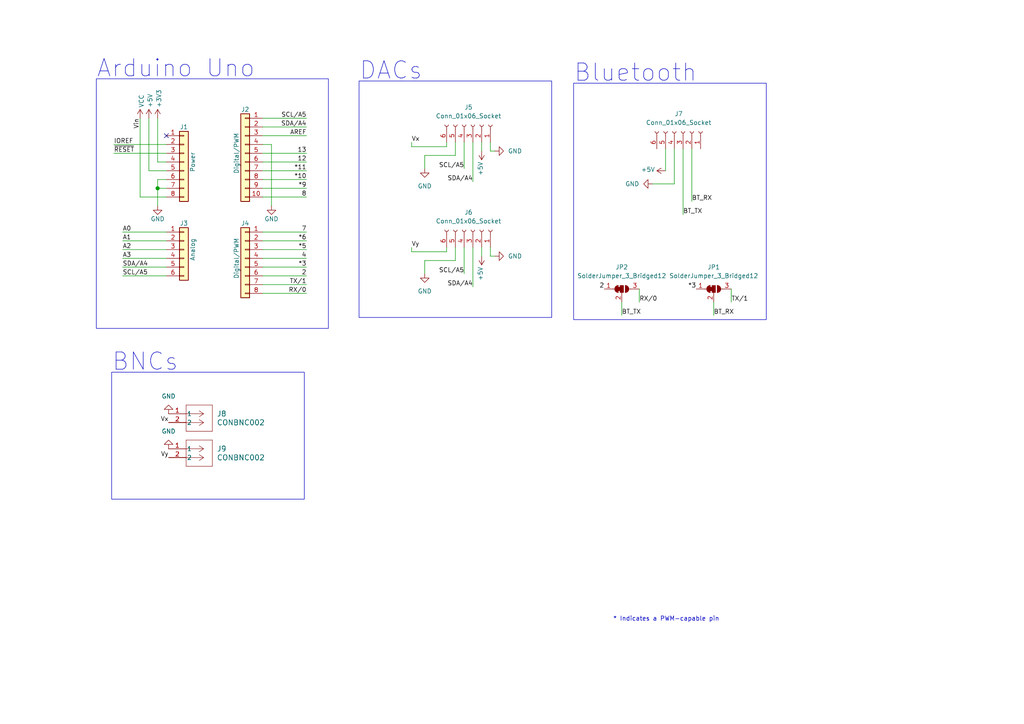
<source format=kicad_sch>
(kicad_sch (version 20230121) (generator eeschema)
  (paper "A4")
  (title_block (date "mar. 31 mars 2015"))
  (lib_symbols
    (symbol "BNC connector:CONBNC002" (pin_names (offset 0.254))
      (property "Reference" "J" (at 8.89 6.35 0))
      (property "Value" "CONBNC002" (at 0 0 0))
      (symbol "CONBNC002_1_1"
        (polyline (pts (xy 5.08 -5.08) (xy 12.7 -5.08)) (stroke (width 0.127)))
        (polyline (pts (xy 5.08 2.54) (xy 5.08 -5.08)) (stroke (width 0.127)))
        (polyline (pts (xy 10.16 -2.54) (xy 5.08 -2.54)) (stroke (width 0.127)))
        (polyline (pts (xy 10.16 -2.54) (xy 8.89 -3.3867)) (stroke (width 0.127)))
        (polyline (pts (xy 10.16 -2.54) (xy 8.89 -1.6933)) (stroke (width 0.127)))
        (polyline (pts (xy 10.16 0) (xy 5.08 0)) (stroke (width 0.127)))
        (polyline (pts (xy 10.16 0) (xy 8.89 -0.8467)) (stroke (width 0.127)))
        (polyline (pts (xy 10.16 0) (xy 8.89 0.8467)) (stroke (width 0.127)))
        (polyline (pts (xy 12.7 -5.08) (xy 12.7 2.54)) (stroke (width 0.127)))
        (polyline (pts (xy 12.7 2.54) (xy 5.08 2.54)) (stroke (width 0.127)))
        (pin unspecified line (at 0 0 0) (length 5.08) (name "1") (number "1"))
        (pin unspecified line (at 0 -2.54 0) (length 5.08) (name "2") (number "2"))
      )
      (symbol "CONBNC002_1_2"
        (polyline (pts (xy 5.08 -5.08) (xy 12.7 -5.08)) (stroke (width 0.127)))
        (polyline (pts (xy 5.08 2.54) (xy 5.08 -5.08)) (stroke (width 0.127)))
        (polyline (pts (xy 7.62 -2.54) (xy 5.08 -2.54)) (stroke (width 0.127)))
        (polyline (pts (xy 7.62 -2.54) (xy 8.89 -3.3867)) (stroke (width 0.127)))
        (polyline (pts (xy 7.62 -2.54) (xy 8.89 -1.6933)) (stroke (width 0.127)))
        (polyline (pts (xy 7.62 0) (xy 5.08 0)) (stroke (width 0.127)))
        (polyline (pts (xy 7.62 0) (xy 8.89 -0.8467)) (stroke (width 0.127)))
        (polyline (pts (xy 7.62 0) (xy 8.89 0.8467)) (stroke (width 0.127)))
        (polyline (pts (xy 12.7 -5.08) (xy 12.7 2.54)) (stroke (width 0.127)))
        (polyline (pts (xy 12.7 2.54) (xy 5.08 2.54)) (stroke (width 0.127)))
        (pin unspecified line (at 0 0 0) (length 5.08) (name "1") (number "1"))
        (pin unspecified line (at 0 -2.54 0) (length 5.08) (name "2") (number "2"))
      )
    )
    (symbol "Connector:Conn_01x06_Socket" (pin_names (offset 1.016) hide)
      (property "Reference" "J" (at 0 7.62 0))
      (property "Value" "Conn_01x06_Socket" (at 0 -10.16 0))
      (symbol "Conn_01x06_Socket_1_1"
        (arc (start 0 -7.112) (mid -0.5058 -7.62) (end 0 -8.128) (stroke (width 0.1524)))
        (arc (start 0 -4.572) (mid -0.5058 -5.08) (end 0 -5.588) (stroke (width 0.1524)))
        (arc (start 0 -2.032) (mid -0.5058 -2.54) (end 0 -3.048) (stroke (width 0.1524)))
        (polyline (pts (xy -1.27 -7.62) (xy -0.508 -7.62)) (stroke (width 0.1524)))
        (polyline (pts (xy -1.27 -5.08) (xy -0.508 -5.08)) (stroke (width 0.1524)))
        (polyline (pts (xy -1.27 -2.54) (xy -0.508 -2.54)) (stroke (width 0.1524)))
        (polyline (pts (xy -1.27 0) (xy -0.508 0)) (stroke (width 0.1524)))
        (polyline (pts (xy -1.27 2.54) (xy -0.508 2.54)) (stroke (width 0.1524)))
        (polyline (pts (xy -1.27 5.08) (xy -0.508 5.08)) (stroke (width 0.1524)))
        (arc (start 0 0.508) (mid -0.5058 0) (end 0 -0.508) (stroke (width 0.1524)))
        (arc (start 0 3.048) (mid -0.5058 2.54) (end 0 2.032) (stroke (width 0.1524)))
        (arc (start 0 5.588) (mid -0.5058 5.08) (end 0 4.572) (stroke (width 0.1524)))
        (pin passive line (at -5.08 5.08 0) (length 3.81) (name "Pin_1") (number "1"))
        (pin passive line (at -5.08 2.54 0) (length 3.81) (name "Pin_2") (number "2"))
        (pin passive line (at -5.08 0 0) (length 3.81) (name "Pin_3") (number "3"))
        (pin passive line (at -5.08 -2.54 0) (length 3.81) (name "Pin_4") (number "4"))
        (pin passive line (at -5.08 -5.08 0) (length 3.81) (name "Pin_5") (number "5"))
        (pin passive line (at -5.08 -7.62 0) (length 3.81) (name "Pin_6") (number "6"))
      )
    )
    (symbol "Connector_Generic:Conn_01x06" (pin_names (offset 1.016) hide)
      (property "Reference" "J" (at 0 7.62 0))
      (property "Value" "Conn_01x06" (at 0 -10.16 0))
      (symbol "Conn_01x06_1_1"
        (rectangle (start -1.27 -7.493) (end 0 -7.747) (stroke (width 0.1524)))
        (rectangle (start -1.27 -4.953) (end 0 -5.207) (stroke (width 0.1524)))
        (rectangle (start -1.27 -2.413) (end 0 -2.667) (stroke (width 0.1524)))
        (rectangle (start -1.27 0.127) (end 0 -0.127) (stroke (width 0.1524)))
        (rectangle (start -1.27 2.667) (end 0 2.413) (stroke (width 0.1524)))
        (rectangle (start -1.27 5.207) (end 0 4.953) (stroke (width 0.1524)))
        (rectangle (start -1.27 6.35) (end 1.27 -8.89) (stroke (width 0.254)) (fill (type background)))
        (pin passive line (at -5.08 5.08 0) (length 3.81) (name "Pin_1") (number "1"))
        (pin passive line (at -5.08 2.54 0) (length 3.81) (name "Pin_2") (number "2"))
        (pin passive line (at -5.08 0 0) (length 3.81) (name "Pin_3") (number "3"))
        (pin passive line (at -5.08 -2.54 0) (length 3.81) (name "Pin_4") (number "4"))
        (pin passive line (at -5.08 -5.08 0) (length 3.81) (name "Pin_5") (number "5"))
        (pin passive line (at -5.08 -7.62 0) (length 3.81) (name "Pin_6") (number "6"))
      )
    )
    (symbol "Connector_Generic:Conn_01x08" (pin_names (offset 1.016) hide)
      (property "Reference" "J" (at 0 10.16 0))
      (property "Value" "Conn_01x08" (at 0 -12.7 0))
      (symbol "Conn_01x08_1_1"
        (rectangle (start -1.27 -10.033) (end 0 -10.287) (stroke (width 0.1524)))
        (rectangle (start -1.27 -7.493) (end 0 -7.747) (stroke (width 0.1524)))
        (rectangle (start -1.27 -4.953) (end 0 -5.207) (stroke (width 0.1524)))
        (rectangle (start -1.27 -2.413) (end 0 -2.667) (stroke (width 0.1524)))
        (rectangle (start -1.27 0.127) (end 0 -0.127) (stroke (width 0.1524)))
        (rectangle (start -1.27 2.667) (end 0 2.413) (stroke (width 0.1524)))
        (rectangle (start -1.27 5.207) (end 0 4.953) (stroke (width 0.1524)))
        (rectangle (start -1.27 7.747) (end 0 7.493) (stroke (width 0.1524)))
        (rectangle (start -1.27 8.89) (end 1.27 -11.43) (stroke (width 0.254)) (fill (type background)))
        (pin passive line (at -5.08 7.62 0) (length 3.81) (name "Pin_1") (number "1"))
        (pin passive line (at -5.08 5.08 0) (length 3.81) (name "Pin_2") (number "2"))
        (pin passive line (at -5.08 2.54 0) (length 3.81) (name "Pin_3") (number "3"))
        (pin passive line (at -5.08 0 0) (length 3.81) (name "Pin_4") (number "4"))
        (pin passive line (at -5.08 -2.54 0) (length 3.81) (name "Pin_5") (number "5"))
        (pin passive line (at -5.08 -5.08 0) (length 3.81) (name "Pin_6") (number "6"))
        (pin passive line (at -5.08 -7.62 0) (length 3.81) (name "Pin_7") (number "7"))
        (pin passive line (at -5.08 -10.16 0) (length 3.81) (name "Pin_8") (number "8"))
      )
    )
    (symbol "Connector_Generic:Conn_01x10" (pin_names (offset 1.016) hide)
      (property "Reference" "J" (at 0 12.7 0))
      (property "Value" "Conn_01x10" (at 0 -15.24 0))
      (symbol "Conn_01x10_1_1"
        (rectangle (start -1.27 -12.573) (end 0 -12.827) (stroke (width 0.1524)))
        (rectangle (start -1.27 -10.033) (end 0 -10.287) (stroke (width 0.1524)))
        (rectangle (start -1.27 -7.493) (end 0 -7.747) (stroke (width 0.1524)))
        (rectangle (start -1.27 -4.953) (end 0 -5.207) (stroke (width 0.1524)))
        (rectangle (start -1.27 -2.413) (end 0 -2.667) (stroke (width 0.1524)))
        (rectangle (start -1.27 0.127) (end 0 -0.127) (stroke (width 0.1524)))
        (rectangle (start -1.27 2.667) (end 0 2.413) (stroke (width 0.1524)))
        (rectangle (start -1.27 5.207) (end 0 4.953) (stroke (width 0.1524)))
        (rectangle (start -1.27 7.747) (end 0 7.493) (stroke (width 0.1524)))
        (rectangle (start -1.27 10.287) (end 0 10.033) (stroke (width 0.1524)))
        (rectangle (start -1.27 11.43) (end 1.27 -13.97) (stroke (width 0.254)) (fill (type background)))
        (pin passive line (at -5.08 10.16 0) (length 3.81) (name "Pin_1") (number "1"))
        (pin passive line (at -5.08 -12.7 0) (length 3.81) (name "Pin_10") (number "10"))
        (pin passive line (at -5.08 7.62 0) (length 3.81) (name "Pin_2") (number "2"))
        (pin passive line (at -5.08 5.08 0) (length 3.81) (name "Pin_3") (number "3"))
        (pin passive line (at -5.08 2.54 0) (length 3.81) (name "Pin_4") (number "4"))
        (pin passive line (at -5.08 0 0) (length 3.81) (name "Pin_5") (number "5"))
        (pin passive line (at -5.08 -2.54 0) (length 3.81) (name "Pin_6") (number "6"))
        (pin passive line (at -5.08 -5.08 0) (length 3.81) (name "Pin_7") (number "7"))
        (pin passive line (at -5.08 -7.62 0) (length 3.81) (name "Pin_8") (number "8"))
        (pin passive line (at -5.08 -10.16 0) (length 3.81) (name "Pin_9") (number "9"))
      )
    )
    (symbol "GND_1" (power) (pin_names (offset 0))
      (property "Value" "GND_1" (at 0 -3.81 0))
      (symbol "GND_1_0_1"
        (polyline (pts (xy 0 0) (xy 0 -1.27) (xy 1.27 -1.27) (xy 0 -2.54) (xy -1.27 -1.27) (xy 0 -1.27)))
      )
      (symbol "GND_1_1_1"
        (pin power_in line (at 0 0 270) (length 0) hide (name "GND") (number "1"))
      )
    )
    (symbol "GND_2" (power) (pin_names (offset 0))
      (property "Value" "GND_2" (at 0 -3.81 0))
      (symbol "GND_2_0_1"
        (polyline (pts (xy 0 0) (xy 0 -1.27) (xy 1.27 -1.27) (xy 0 -2.54) (xy -1.27 -1.27) (xy 0 -1.27)))
      )
      (symbol "GND_2_1_1"
        (pin power_in line (at 0 0 270) (length 0) hide (name "GND") (number "1"))
      )
    )
    (symbol "GND_3" (power) (pin_names (offset 0))
      (property "Value" "GND_3" (at 0 -3.81 0))
      (symbol "GND_3_0_1"
        (polyline (pts (xy 0 0) (xy 0 -1.27) (xy 1.27 -1.27) (xy 0 -2.54) (xy -1.27 -1.27) (xy 0 -1.27)))
      )
      (symbol "GND_3_1_1"
        (pin power_in line (at 0 0 270) (length 0) hide (name "GND") (number "1"))
      )
    )
    (symbol "Jumper:SolderJumper_3_Bridged12" (pin_names (offset 0) hide)
      (property "Reference" "JP" (at -2.54 -2.54 0))
      (property "Value" "SolderJumper_3_Bridged12" (at 0 2.794 0))
      (symbol "SolderJumper_3_Bridged12_0_1"
        (rectangle (start -1.016 0.508) (end -0.508 -0.508) (fill (type outline)))
        (arc (start -1.016 1.016) (mid -2.0276 0) (end -1.016 -1.016))
        (arc (start -1.016 1.016) (mid -2.0276 0) (end -1.016 -1.016) (fill (type outline)))
        (rectangle (start -0.508 1.016) (end 0.508 -1.016) (fill (type outline)))
        (polyline (pts (xy -2.54 0) (xy -2.032 0)))
        (polyline (pts (xy -1.016 1.016) (xy -1.016 -1.016)))
        (polyline (pts (xy 0 -1.27) (xy 0 -1.016)))
        (polyline (pts (xy 1.016 1.016) (xy 1.016 -1.016)))
        (polyline (pts (xy 2.54 0) (xy 2.032 0)))
        (arc (start 1.016 -1.016) (mid 2.0276 0) (end 1.016 1.016))
        (arc (start 1.016 -1.016) (mid 2.0276 0) (end 1.016 1.016) (fill (type outline)))
      )
      (symbol "SolderJumper_3_Bridged12_1_1"
        (pin passive line (at -5.08 0 0) (length 2.54) (name "A") (number "1"))
        (pin passive line (at 0 -3.81 90) (length 2.54) (name "C") (number "2"))
        (pin passive line (at 5.08 0 180) (length 2.54) (name "B") (number "3"))
      )
    )
    (symbol "power:+3V3" (power) (pin_names (offset 0))
      (property "Value" "+3V3" (at 0 3.556 0))
      (symbol "+3V3_0_1"
        (polyline (pts (xy -0.762 1.27) (xy 0 2.54)))
        (polyline (pts (xy 0 0) (xy 0 2.54)))
        (polyline (pts (xy 0 2.54) (xy 0.762 1.27)))
      )
      (symbol "+3V3_1_1"
        (pin power_in line (at 0 0 90) (length 0) hide (name "+3V3") (number "1"))
      )
    )
    (symbol "power:+5V" (power) (pin_names (offset 0))
      (property "Value" "+5V" (at 0 3.556 0))
      (symbol "+5V_0_1"
        (polyline (pts (xy -0.762 1.27) (xy 0 2.54)))
        (polyline (pts (xy 0 0) (xy 0 2.54)))
        (polyline (pts (xy 0 2.54) (xy 0.762 1.27)))
      )
      (symbol "+5V_1_1"
        (pin power_in line (at 0 0 90) (length 0) hide (name "+5V") (number "1"))
      )
    )
    (symbol "power:GND" (power) (pin_names (offset 0))
      (property "Value" "GND" (at 0 -3.81 0))
      (symbol "GND_0_1"
        (polyline (pts (xy 0 0) (xy 0 -1.27) (xy 1.27 -1.27) (xy 0 -2.54) (xy -1.27 -1.27) (xy 0 -1.27)))
      )
      (symbol "GND_1_1"
        (pin power_in line (at 0 0 270) (length 0) hide (name "GND") (number "1"))
      )
    )
    (symbol "power:VCC" (power) (pin_names (offset 0))
      (property "Value" "VCC" (at 0 3.81 0))
      (symbol "VCC_0_1"
        (polyline (pts (xy -0.762 1.27) (xy 0 2.54)))
        (polyline (pts (xy 0 0) (xy 0 2.54)))
        (polyline (pts (xy 0 2.54) (xy 0.762 1.27)))
      )
      (symbol "VCC_1_1"
        (pin power_in line (at 0 0 90) (length 0) hide (name "VCC") (number "1"))
      )
    )
  )
  (junction (at 45.72 54.61) (diameter 1.016))
  (no_connect (at 48.26 39.37))
  (wire (pts (xy 76.2 85.09) (xy 88.9 85.09)))
  (wire (pts (xy 134.62 71.755) (xy 134.62 79.375)))
  (wire (pts (xy 142.24 41.275) (xy 142.24 43.815)))
  (wire (pts (xy 76.2 52.07) (xy 88.9 52.07)))
  (wire (pts (xy 207.01 87.63) (xy 207.01 91.44)))
  (wire (pts (xy 137.16 41.275) (xy 137.16 52.705)))
  (wire (pts (xy 76.2 34.29) (xy 88.9 34.29)))
  (wire (pts (xy 193.04 43.18) (xy 193.04 49.53)))
  (wire (pts (xy 129.54 41.275) (xy 129.54 42.545)))
  (wire (pts (xy 45.72 52.07) (xy 45.72 54.61)))
  (wire (pts (xy 35.56 80.01) (xy 48.26 80.01)))
  (wire (pts (xy 134.62 41.275) (xy 134.62 48.895)))
  (wire (pts (xy 200.66 43.18) (xy 200.66 58.42)))
  (wire (pts (xy 45.72 54.61) (xy 45.72 59.69)))
  (wire (pts (xy 45.72 46.99) (xy 48.26 46.99)))
  (wire (pts (xy 43.18 49.53) (xy 48.26 49.53)))
  (wire (pts (xy 43.18 34.29) (xy 43.18 49.53)))
  (wire (pts (xy 76.2 44.45) (xy 88.9 44.45)))
  (wire (pts (xy 45.72 34.29) (xy 45.72 46.99)))
  (wire (pts (xy 76.2 67.31) (xy 88.9 67.31)))
  (wire (pts (xy 48.26 67.31) (xy 35.56 67.31)))
  (wire (pts (xy 76.2 46.99) (xy 88.9 46.99)))
  (wire (pts (xy 76.2 69.85) (xy 88.9 69.85)))
  (wire (pts (xy 189.23 53.34) (xy 195.58 53.34)))
  (wire (pts (xy 76.2 54.61) (xy 88.9 54.61)))
  (wire (pts (xy 129.54 73.025) (xy 119.38 73.025)))
  (wire (pts (xy 129.54 71.755) (xy 129.54 73.025)))
  (wire (pts (xy 76.2 74.93) (xy 88.9 74.93)))
  (wire (pts (xy 119.38 42.545) (xy 119.38 41.275)))
  (wire (pts (xy 33.02 41.91) (xy 48.26 41.91)))
  (wire (pts (xy 180.34 87.63) (xy 180.34 91.44)))
  (wire (pts (xy 142.24 71.755) (xy 142.24 74.295)))
  (wire (pts (xy 139.7 74.295) (xy 139.7 71.755)))
  (wire (pts (xy 78.74 41.91) (xy 78.74 59.69)))
  (wire (pts (xy 198.12 43.18) (xy 198.12 62.23)))
  (wire (pts (xy 76.2 39.37) (xy 88.9 39.37)))
  (wire (pts (xy 132.08 75.565) (xy 123.19 75.565)))
  (wire (pts (xy 123.19 75.565) (xy 123.19 79.375)))
  (wire (pts (xy 48.26 72.39) (xy 35.56 72.39)))
  (wire (pts (xy 33.02 44.45) (xy 48.26 44.45)))
  (wire (pts (xy 48.26 54.61) (xy 45.72 54.61)))
  (wire (pts (xy 129.54 42.545) (xy 119.38 42.545)))
  (wire (pts (xy 48.26 57.15) (xy 40.64 57.15)))
  (wire (pts (xy 35.56 69.85) (xy 48.26 69.85)))
  (wire (pts (xy 195.58 53.34) (xy 195.58 43.18)))
  (wire (pts (xy 142.24 74.295) (xy 143.51 74.295)))
  (wire (pts (xy 132.08 41.275) (xy 132.08 45.085)))
  (wire (pts (xy 76.2 41.91) (xy 78.74 41.91)))
  (wire (pts (xy 132.08 45.085) (xy 123.19 45.085)))
  (wire (pts (xy 48.26 52.07) (xy 45.72 52.07)))
  (wire (pts (xy 119.38 73.025) (xy 119.38 71.755)))
  (wire (pts (xy 185.42 83.82) (xy 185.42 87.63)))
  (wire (pts (xy 76.2 49.53) (xy 88.9 49.53)))
  (wire (pts (xy 132.08 71.755) (xy 132.08 75.565)))
  (wire (pts (xy 76.2 72.39) (xy 88.9 72.39)))
  (wire (pts (xy 35.56 74.93) (xy 48.26 74.93)))
  (wire (pts (xy 123.19 45.085) (xy 123.19 48.895)))
  (wire (pts (xy 139.7 43.815) (xy 139.7 41.275)))
  (wire (pts (xy 76.2 36.83) (xy 88.9 36.83)))
  (wire (pts (xy 212.09 83.82) (xy 212.09 87.63)))
  (wire (pts (xy 76.2 80.01) (xy 88.9 80.01)))
  (wire (pts (xy 76.2 77.47) (xy 88.9 77.47)))
  (wire (pts (xy 76.2 82.55) (xy 88.9 82.55)))
  (wire (pts (xy 40.64 57.15) (xy 40.64 34.29)))
  (wire (pts (xy 142.24 43.815) (xy 143.51 43.815)))
  (wire (pts (xy 137.16 71.755) (xy 137.16 83.185)))
  (wire (pts (xy 48.26 77.47) (xy 35.56 77.47)))
  (wire (pts (xy 76.2 57.15) (xy 88.9 57.15)))
  (rectangle (start 32.385 107.95) (end 88.265 144.78))
  (rectangle (start 104.14 23.495) (end 160.02 92.075))
  (rectangle (start 166.37 24.13) (end 222.25 92.71))
  (rectangle (start 27.94 22.86) (end 95.25 95.25))
  (text "Bluetooth" (at 166.37 24.13 0) (effects (font (size 5 5)) (justify left bottom)))
  (text "Arduino Uno\n" (at 27.94 22.86 0) (effects (font (size 5 5)) (justify left bottom)))
  (text "DACs\n" (at 104.14 23.495 0) (effects (font (size 5 5)) (justify left bottom)))
  (text "* Indicates a PWM-capable pin" (at 177.8 180.34 0) (effects (font (size 1.27 1.27)) (justify left bottom)))
  (text "BNCs\n" (at 32.385 107.95 0) (effects (font (size 5 5)) (justify left bottom)))
  (label "BT_RX" (at 207.01 91.44 0))
  (label "RX{slash}0" (at 88.9 85.09 180))
  (label "A2" (at 35.56 72.39 0))
  (label "4" (at 88.9 74.93 180))
  (label "Vx" (at 48.895 122.555 180))
  (label "2" (at 88.9 80.01 180))
  (label "RX{slash}0" (at 185.42 87.63 0))
  (label "A3" (at 35.56 74.93 0))
  (label "13" (at 88.9 44.45 180))
  (label "12" (at 88.9 46.99 180))
  (label "~{RESET}" (at 33.02 44.45 0))
  (label "Vx" (at 119.38 41.275 0))
  (label "*10" (at 88.9 52.07 180))
  (label "*3" (at 201.93 83.82 180))
  (label "BT_TX" (at 180.34 91.44 0))
  (label "SDA{slash}A4" (at 137.16 52.705 180))
  (label "Vy" (at 48.895 132.715 180))
  (label "7" (at 88.9 67.31 180))
  (label "SDA{slash}A4" (at 88.9 36.83 180))
  (label "8" (at 88.9 57.15 180))
  (label "BT_RX" (at 200.66 58.42 0))
  (label "SCL{slash}A5" (at 134.62 48.895 180))
  (label "*11" (at 88.9 49.53 180))
  (label "*3" (at 88.9 77.47 180))
  (label "2" (at 175.26 83.82 180))
  (label "A1" (at 35.56 69.85 0))
  (label "TX{slash}1" (at 88.9 82.55 180))
  (label "SCL{slash}A5" (at 134.62 79.375 180))
  (label "A0" (at 35.56 67.31 0))
  (label "AREF" (at 88.9 39.37 180))
  (label "SDA{slash}A4" (at 137.16 83.185 180))
  (label "Vin" (at 40.64 34.29 270))
  (label "*6" (at 88.9 69.85 180))
  (label "SCL{slash}A5" (at 88.9 34.29 180))
  (label "*9" (at 88.9 54.61 180))
  (label "TX{slash}1" (at 212.09 87.63 0))
  (label "*5" (at 88.9 72.39 180))
  (label "IOREF" (at 33.02 41.91 0))
  (label "BT_TX" (at 198.12 62.23 0))
  (label "SDA{slash}A4" (at 35.56 77.47 0))
  (label "SCL{slash}A5" (at 35.56 80.01 0))
  (label "Vy" (at 119.38 71.755 0))
  (symbol (lib_id "Connector_Generic:Conn_01x08") (at 53.34 46.99 0) (unit 1)
    (property "Reference" "J1" (at 53.34 36.83 0))
    (property "Value" "Power" (at 55.88 46.99 90))
    (property "Footprint" "Connector_PinSocket_2.54mm:PinSocket_1x08_P2.54mm_Vertical" (effects hide))
  )
  (symbol (lib_id "power:+3V3") (at 45.72 34.29 0) (unit 1)
    (property "Reference" "#PWR03" (effects hide))
    (property "Value" "+3.3V" (at 46.101 31.242 90) (effects (justify left)))
  )
  (symbol (lib_id "power:+5V") (at 43.18 34.29 0) (unit 1)
    (property "Reference" "#PWR02" (effects hide))
    (property "Value" "+5V" (at 43.5356 31.242 90) (effects (justify left)))
  )
  (symbol (lib_id "power:GND") (at 45.72 59.69 0) (unit 1)
    (property "Reference" "#PWR04" (effects hide))
    (property "Value" "GND" (at 45.72 63.5 0))
  )
  (symbol (lib_id "Connector_Generic:Conn_01x10") (at 71.12 44.45 0) (mirror y) (unit 1)
    (property "Reference" "J2" (at 71.12 31.75 0))
    (property "Value" "Digital/PWM" (at 68.58 44.45 90))
    (property "Footprint" "Connector_PinSocket_2.54mm:PinSocket_1x10_P2.54mm_Vertical" (effects hide))
  )
  (symbol (lib_id "power:GND") (at 78.74 59.69 0) (unit 1)
    (property "Reference" "#PWR05" (effects hide))
    (property "Value" "GND" (at 78.74 63.5 0))
  )
  (symbol (lib_id "Connector_Generic:Conn_01x06") (at 53.34 72.39 0) (unit 1)
    (property "Reference" "J3" (at 53.34 64.77 0))
    (property "Value" "Analog" (at 55.88 72.39 90))
    (property "Footprint" "Connector_PinSocket_2.54mm:PinSocket_1x06_P2.54mm_Vertical" (effects hide))
  )
  (symbol (lib_id "Connector_Generic:Conn_01x08") (at 71.12 74.93 0) (mirror y) (unit 1)
    (property "Reference" "J4" (at 71.12 64.77 0))
    (property "Value" "Digital/PWM" (at 68.58 74.93 90))
    (property "Footprint" "Connector_PinSocket_2.54mm:PinSocket_1x08_P2.54mm_Vertical" (effects hide))
  )
  (symbol (lib_id "power:+5V") (at 193.04 49.53 90) (unit 1)
    (property "Reference" "#PWR013" (effects hide))
    (property "Value" "+5V" (at 189.992 49.1744 90) (effects (justify left)))
  )
  (symbol (lib_id "power:+5V") (at 139.7 43.815 180) (unit 1)
    (property "Reference" "#PWR07" (effects hide))
    (property "Value" "+5V" (at 139.3444 46.863 90) (effects (justify left)))
  )
  (symbol (lib_id "Jumper:SolderJumper_3_Bridged12") (at 207.01 83.82 0) (unit 1)
    (property "Reference" "JP1" (at 207.01 77.47 0))
    (property "Value" "SolderJumper_3_Bridged12" (at 207.01 80.01 0))
    (property "Footprint" "Jumper:SolderJumper-3_P1.3mm_Bridged12_RoundedPad1.0x1.5mm" (effects hide))
  )
  (symbol (lib_id "Connector:Conn_01x06_Socket") (at 137.16 36.195 270) (mirror x) (unit 1)
    (property "Reference" "J5" (at 135.89 31.115 90))
    (property "Value" "Conn_01x06_Socket" (at 135.89 33.655 90))
    (property "Footprint" "Connector_PinSocket_2.54mm:PinSocket_1x06_P2.54mm_Vertical" (effects hide))
  )
  (symbol (lib_name "GND_1") (lib_id "power:GND") (at 123.19 48.895 0) (unit 1)
    (property "Reference" "#PWR010" (effects hide))
    (property "Value" "GND" (at 123.19 53.975 0))
  )
  (symbol (lib_name "GND_2") (lib_id "power:GND") (at 189.23 53.34 270) (mirror x) (unit 1)
    (property "Reference" "#PWR012" (effects hide))
    (property "Value" "GND" (at 185.42 53.34 90) (effects (justify right)))
  )
  (symbol (lib_name "GND_1") (lib_id "power:GND") (at 143.51 74.295 90) (unit 1)
    (property "Reference" "#PWR09" (effects hide))
    (property "Value" "GND" (at 147.32 74.295 90) (effects (justify right)))
  )
  (symbol (lib_name "GND_3") (lib_id "power:GND") (at 48.895 120.015 180) (unit 1)
    (property "Reference" "#PWR014" (effects hide))
    (property "Value" "GND" (at 48.895 114.935 0))
  )
  (symbol (lib_id "power:VCC") (at 40.64 34.29 0) (unit 1)
    (property "Reference" "#PWR01" (effects hide))
    (property "Value" "VCC" (at 41.021 31.242 90) (effects (justify left)))
  )
  (symbol (lib_id "Connector:Conn_01x06_Socket") (at 198.12 38.1 270) (mirror x) (unit 1)
    (property "Reference" "J7" (at 196.85 33.02 90))
    (property "Value" "Conn_01x06_Socket" (at 196.85 35.56 90))
    (property "Footprint" "Connector_PinSocket_2.54mm:PinSocket_1x06_P2.54mm_Vertical" (effects hide))
  )
  (symbol (lib_id "power:+5V") (at 139.7 74.295 180) (unit 1)
    (property "Reference" "#PWR08" (effects hide))
    (property "Value" "+5V" (at 139.3444 77.343 90) (effects (justify left)))
  )
  (symbol (lib_id "BNC connector:CONBNC002") (at 48.895 120.015 0) (unit 1)
    (property "Reference" "J8" (at 62.865 120.015 0) (effects (font (size 1.524 1.524)) (justify left)))
    (property "Value" "CONBNC002" (at 62.865 122.555 0) (effects (font (size 1.524 1.524)) (justify left)))
    (property "Footprint" "XYScopeFp:CONN_CONBN_LNX" (effects hide))
    (property "Datasheet" "CONBNC002" (effects hide))
  )
  (symbol (lib_id "Jumper:SolderJumper_3_Bridged12") (at 180.34 83.82 0) (unit 1)
    (property "Reference" "JP2" (at 180.34 77.47 0))
    (property "Value" "SolderJumper_3_Bridged12" (at 180.34 80.01 0))
    (property "Footprint" "Jumper:SolderJumper-3_P1.3mm_Bridged12_RoundedPad1.0x1.5mm" (effects hide))
  )
  (symbol (lib_id "Connector:Conn_01x06_Socket") (at 137.16 66.675 270) (mirror x) (unit 1)
    (property "Reference" "J6" (at 135.89 61.595 90))
    (property "Value" "Conn_01x06_Socket" (at 135.89 64.135 90))
    (property "Footprint" "Connector_PinSocket_2.54mm:PinSocket_1x06_P2.54mm_Vertical" (effects hide))
  )
  (symbol (lib_name "GND_3") (lib_id "power:GND") (at 48.895 130.175 180) (unit 1)
    (property "Reference" "#PWR015" (effects hide))
    (property "Value" "GND" (at 48.895 125.095 0))
  )
  (symbol (lib_name "GND_1") (lib_id "power:GND") (at 143.51 43.815 90) (unit 1)
    (property "Reference" "#PWR06" (effects hide))
    (property "Value" "GND" (at 147.32 43.815 90) (effects (justify right)))
  )
  (symbol (lib_name "GND_1") (lib_id "power:GND") (at 123.19 79.375 0) (unit 1)
    (property "Reference" "#PWR011" (effects hide))
    (property "Value" "GND" (at 123.19 84.455 0))
  )
  (symbol (lib_id "BNC connector:CONBNC002") (at 48.895 130.175 0) (unit 1)
    (property "Reference" "J9" (at 62.865 130.175 0) (effects (font (size 1.524 1.524)) (justify left)))
    (property "Value" "CONBNC002" (at 62.865 132.715 0) (effects (font (size 1.524 1.524)) (justify left)))
    (property "Footprint" "XYScopeFp:CONN_CONBN_LNX" (effects hide))
    (property "Datasheet" "CONBNC002" (effects hide))
  )
)
</source>
